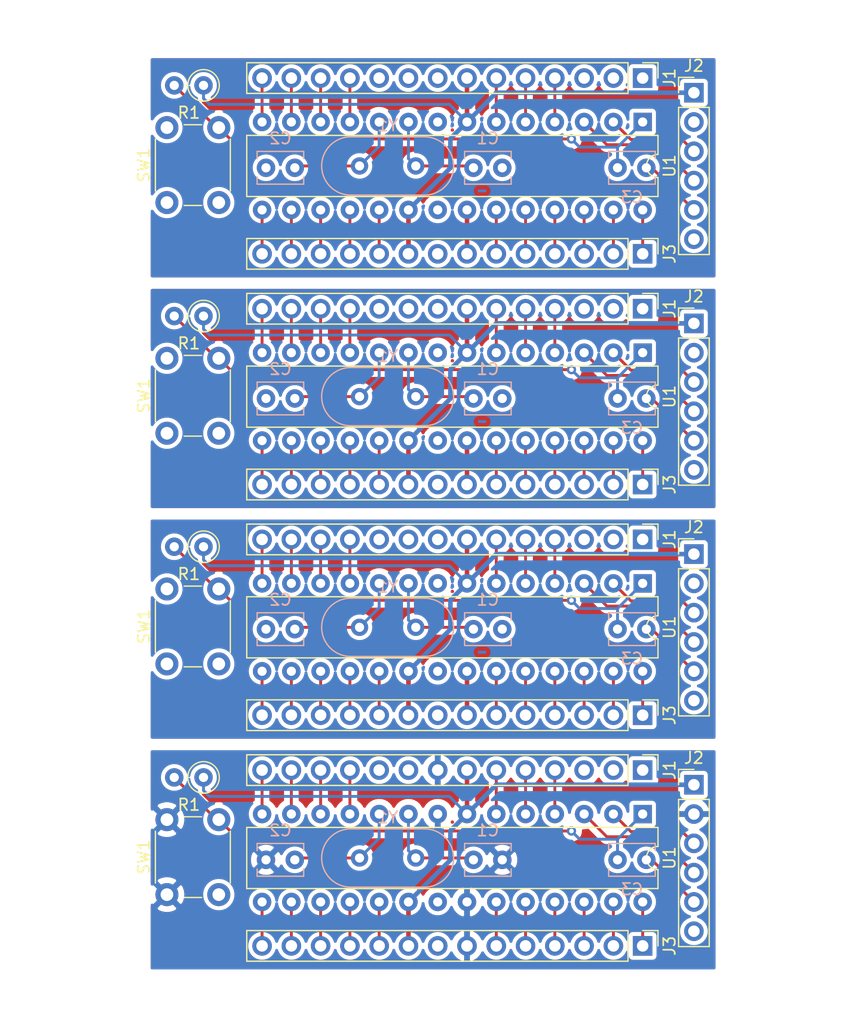
<source format=kicad_pcb>
(kicad_pcb (version 20171130) (host pcbnew "(5.1.2)-1")
  (layers (0 F.Cu signal) (31 B.Cu signal) (34 B.Paste user) (35 F.Paste user) (36 B.SilkS user) (37 F.SilkS user) (38 B.Mask user) (39 F.Mask user) (44 Edge.Cuts user))
  (net 0 "")
  (net 1 "Net-(C1-Pad2)")
  (net 2 GND)
  (net 3 "Net-(C2-Pad1)")
  (net 4 /DTR)
  (net 5 "Net-(C3-Pad1)")
  (net 6 /D8)
  (net 7 /D7)
  (net 8 /D6)
  (net 9 /D5)
  (net 10 +5V)
  (net 11 /D4)
  (net 12 /D3)
  (net 13 /D2)
  (net 14 /RXD)
  (net 15 /TXD)
  (net 16 /D9)
  (net 17 /D10)
  (net 18 /D11)
  (net 19 /D12)
  (net 20 /D13)
  (net 21 /A0)
  (net 22 /A1)
  (net 23 /A2)
  (net 24 /A3)
  (net 25 /A4)
  (net 26 /A5)
  (module Connector_PinHeader_2.54mm:PinHeader_1x14_P2.54mm_Vertical (layer F.Cu) (at 119.4943 64.5489 270)
    (fp_text reference J3 (at 0 -2.33 90) (layer F.SilkS))
    (fp_text value Conn_01x14_Male)
    (pad 1 thru_hole rect (at 0 0 270) (size 1.7 1.7) (drill 1) (layers *.Cu *.Mask))
    (pad 2 thru_hole oval (at 0 2.54 270) (size 1.7 1.7) (drill 1) (layers *.Cu *.Mask))
    (pad 3 thru_hole oval (at 0 5.08 270) (size 1.7 1.7) (drill 1) (layers *.Cu *.Mask))
    (pad 4 thru_hole oval (at 0 7.62 270) (size 1.7 1.7) (drill 1) (layers *.Cu *.Mask))
    (pad 5 thru_hole oval (at 0 10.16 270) (size 1.7 1.7) (drill 1) (layers *.Cu *.Mask))
    (pad 6 thru_hole oval (at 0 12.7 270) (size 1.7 1.7) (drill 1) (layers *.Cu *.Mask))
    (pad 7 thru_hole oval (at 0 15.24 270) (size 1.7 1.7) (drill 1) (layers *.Cu *.Mask))
    (pad 8 thru_hole oval (at 0 17.78 270) (size 1.7 1.7) (drill 1) (layers *.Cu *.Mask))
    (pad 9 thru_hole oval (at 0 20.32 270) (size 1.7 1.7) (drill 1) (layers *.Cu *.Mask))
    (pad 10 thru_hole oval (at 0 22.86 270) (size 1.7 1.7) (drill 1) (layers *.Cu *.Mask))
    (pad 11 thru_hole oval (at 0 25.4 270) (size 1.7 1.7) (drill 1) (layers *.Cu *.Mask))
    (pad 12 thru_hole oval (at 0 27.94 270) (size 1.7 1.7) (drill 1) (layers *.Cu *.Mask))
    (pad 13 thru_hole oval (at 0 30.48 270) (size 1.7 1.7) (drill 1) (layers *.Cu *.Mask))
    (pad 14 thru_hole oval (at 0 33.02 270) (size 1.7 1.7) (drill 1) (layers *.Cu *.Mask))
  )
  (module Button_Switch_THT:SW_PUSH_6mm_H5mm (layer F.Cu) (at 78.2193 60.1039 90)
    (fp_text reference SW1 (at 3.25 -2 90) (layer F.SilkS))
    (fp_text value SW_Push)
    (pad 2 thru_hole circle (at 0 4.5 180) (size 2 2) (drill 1.1) (layers *.Cu *.Mask))
    (pad 1 thru_hole circle (at 0 0 180) (size 2 2) (drill 1.1) (layers *.Cu *.Mask))
    (pad 2 thru_hole circle (at 6.5 4.5 180) (size 2 2) (drill 1.1) (layers *.Cu *.Mask))
    (pad 1 thru_hole circle (at 6.5 0 180) (size 2 2) (drill 1.1) (layers *.Cu *.Mask))
  )
  (module Resistor_THT:R_Axial_DIN0207_L6.3mm_D2.5mm_P2.54mm_Vertical (layer F.Cu) (at 81.3943 49.9439 180)
    (fp_text reference R1 (at 1.27 -2.37) (layer F.SilkS))
    (fp_text value 10k)
    (pad 1 thru_hole circle (at 0 0 180) (size 1.6 1.6) (drill 0.8) (layers *.Cu *.Mask))
    (pad 2 thru_hole oval (at 2.54 0 180) (size 1.6 1.6) (drill 0.8) (layers *.Cu *.Mask))
  )
  (module Capacitor_THT:C_Disc_D3.8mm_W2.6mm_P2.50mm (layer B.Cu) (at 107.3143 57.0889 180)
    (fp_text reference C1 (at 1.25 2.55) (layer B.SilkS) (effects (justify mirror)))
    (fp_text value 22pF)
    (pad 1 thru_hole circle (at 0 0 180) (size 1.6 1.6) (drill 0.8) (layers *.Cu *.Mask))
    (pad 2 thru_hole circle (at 2.5 0 180) (size 1.6 1.6) (drill 0.8) (layers *.Cu *.Mask))
  )
  (module Capacitor_THT:C_Disc_D3.8mm_W2.6mm_P2.50mm (layer B.Cu) (at 89.3143 57.0889 180)
    (fp_text reference C2 (at 1.25 2.55) (layer B.SilkS) (effects (justify mirror)))
    (fp_text value 22pF)
    (pad 1 thru_hole circle (at 0 0 180) (size 1.6 1.6) (drill 0.8) (layers *.Cu *.Mask))
    (pad 2 thru_hole circle (at 2.5 0 180) (size 1.6 1.6) (drill 0.8) (layers *.Cu *.Mask))
  )
  (module Capacitor_THT:C_Disc_D3.8mm_W2.6mm_P2.50mm (layer B.Cu) (at 117.3143 57.0889)
    (fp_text reference C3 (at 1.25 2.55) (layer B.SilkS) (effects (justify mirror)))
    (fp_text value 0.1uF)
    (pad 1 thru_hole circle (at 0 0) (size 1.6 1.6) (drill 0.8) (layers *.Cu *.Mask))
    (pad 2 thru_hole circle (at 2.5 0) (size 1.6 1.6) (drill 0.8) (layers *.Cu *.Mask))
  )
  (module Connector_PinHeader_2.54mm:PinHeader_1x06_P2.54mm_Vertical (layer F.Cu) (at 123.9393 50.5789)
    (fp_text reference J2 (at 0 -2.33) (layer F.SilkS))
    (fp_text value Conn_01x06_Male)
    (pad 1 thru_hole rect (at 0 0) (size 1.7 1.7) (drill 1) (layers *.Cu *.Mask))
    (pad 2 thru_hole oval (at 0 2.54) (size 1.7 1.7) (drill 1) (layers *.Cu *.Mask))
    (pad 3 thru_hole oval (at 0 5.08) (size 1.7 1.7) (drill 1) (layers *.Cu *.Mask))
    (pad 4 thru_hole oval (at 0 7.62) (size 1.7 1.7) (drill 1) (layers *.Cu *.Mask))
    (pad 5 thru_hole oval (at 0 10.16) (size 1.7 1.7) (drill 1) (layers *.Cu *.Mask))
    (pad 6 thru_hole oval (at 0 12.7) (size 1.7 1.7) (drill 1) (layers *.Cu *.Mask))
  )
  (module Crystal:Crystal_HC49-4H_Vertical (layer B.Cu) (at 99.8093 56.9289 180)
    (fp_text reference Y1 (at 2.44 3.525) (layer B.SilkS) (effects (justify mirror)))
    (fp_text value 16MHz)
    (pad 1 thru_hole circle (at 0 0 180) (size 1.5 1.5) (drill 0.8) (layers *.Cu *.Mask))
    (pad 2 thru_hole circle (at 4.88 0 180) (size 1.5 1.5) (drill 0.8) (layers *.Cu *.Mask))
  )
  (module Connector_PinHeader_2.54mm:PinHeader_1x14_P2.54mm_Vertical (layer F.Cu) (at 119.4943 49.3089 270)
    (fp_text reference J1 (at 0 -2.33 90) (layer F.SilkS))
    (fp_text value Conn_01x14_Male)
    (pad 1 thru_hole rect (at 0 0 270) (size 1.7 1.7) (drill 1) (layers *.Cu *.Mask))
    (pad 2 thru_hole oval (at 0 2.54 270) (size 1.7 1.7) (drill 1) (layers *.Cu *.Mask))
    (pad 3 thru_hole oval (at 0 5.08 270) (size 1.7 1.7) (drill 1) (layers *.Cu *.Mask))
    (pad 4 thru_hole oval (at 0 7.62 270) (size 1.7 1.7) (drill 1) (layers *.Cu *.Mask))
    (pad 5 thru_hole oval (at 0 10.16 270) (size 1.7 1.7) (drill 1) (layers *.Cu *.Mask))
    (pad 6 thru_hole oval (at 0 12.7 270) (size 1.7 1.7) (drill 1) (layers *.Cu *.Mask))
    (pad 7 thru_hole oval (at 0 15.24 270) (size 1.7 1.7) (drill 1) (layers *.Cu *.Mask))
    (pad 8 thru_hole oval (at 0 17.78 270) (size 1.7 1.7) (drill 1) (layers *.Cu *.Mask))
    (pad 9 thru_hole oval (at 0 20.32 270) (size 1.7 1.7) (drill 1) (layers *.Cu *.Mask))
    (pad 10 thru_hole oval (at 0 22.86 270) (size 1.7 1.7) (drill 1) (layers *.Cu *.Mask))
    (pad 11 thru_hole oval (at 0 25.4 270) (size 1.7 1.7) (drill 1) (layers *.Cu *.Mask))
    (pad 12 thru_hole oval (at 0 27.94 270) (size 1.7 1.7) (drill 1) (layers *.Cu *.Mask))
    (pad 13 thru_hole oval (at 0 30.48 270) (size 1.7 1.7) (drill 1) (layers *.Cu *.Mask))
    (pad 14 thru_hole oval (at 0 33.02 270) (size 1.7 1.7) (drill 1) (layers *.Cu *.Mask))
  )
  (module Package_DIP:DIP-28_W7.62mm (layer F.Cu) (at 119.4943 53.1189 270)
    (fp_text reference U1 (at 3.81 -2.33 90) (layer F.SilkS))
    (fp_text value ATmega328P-PU)
    (pad 1 thru_hole rect (at 0 0 270) (size 1.6 1.6) (drill 0.8) (layers *.Cu *.Mask))
    (pad 15 thru_hole oval (at 7.62 33.02 270) (size 1.6 1.6) (drill 0.8) (layers *.Cu *.Mask))
    (pad 2 thru_hole oval (at 0 2.54 270) (size 1.6 1.6) (drill 0.8) (layers *.Cu *.Mask))
    (pad 16 thru_hole oval (at 7.62 30.48 270) (size 1.6 1.6) (drill 0.8) (layers *.Cu *.Mask))
    (pad 3 thru_hole oval (at 0 5.08 270) (size 1.6 1.6) (drill 0.8) (layers *.Cu *.Mask))
    (pad 17 thru_hole oval (at 7.62 27.94 270) (size 1.6 1.6) (drill 0.8) (layers *.Cu *.Mask))
    (pad 4 thru_hole oval (at 0 7.62 270) (size 1.6 1.6) (drill 0.8) (layers *.Cu *.Mask))
    (pad 18 thru_hole oval (at 7.62 25.4 270) (size 1.6 1.6) (drill 0.8) (layers *.Cu *.Mask))
    (pad 5 thru_hole oval (at 0 10.16 270) (size 1.6 1.6) (drill 0.8) (layers *.Cu *.Mask))
    (pad 19 thru_hole oval (at 7.62 22.86 270) (size 1.6 1.6) (drill 0.8) (layers *.Cu *.Mask))
    (pad 6 thru_hole oval (at 0 12.7 270) (size 1.6 1.6) (drill 0.8) (layers *.Cu *.Mask))
    (pad 20 thru_hole oval (at 7.62 20.32 270) (size 1.6 1.6) (drill 0.8) (layers *.Cu *.Mask))
    (pad 7 thru_hole oval (at 0 15.24 270) (size 1.6 1.6) (drill 0.8) (layers *.Cu *.Mask))
    (pad 21 thru_hole oval (at 7.62 17.78 270) (size 1.6 1.6) (drill 0.8) (layers *.Cu *.Mask))
    (pad 8 thru_hole oval (at 0 17.78 270) (size 1.6 1.6) (drill 0.8) (layers *.Cu *.Mask))
    (pad 22 thru_hole oval (at 7.62 15.24 270) (size 1.6 1.6) (drill 0.8) (layers *.Cu *.Mask))
    (pad 9 thru_hole oval (at 0 20.32 270) (size 1.6 1.6) (drill 0.8) (layers *.Cu *.Mask))
    (pad 23 thru_hole oval (at 7.62 12.7 270) (size 1.6 1.6) (drill 0.8) (layers *.Cu *.Mask))
    (pad 10 thru_hole oval (at 0 22.86 270) (size 1.6 1.6) (drill 0.8) (layers *.Cu *.Mask))
    (pad 24 thru_hole oval (at 7.62 10.16 270) (size 1.6 1.6) (drill 0.8) (layers *.Cu *.Mask))
    (pad 11 thru_hole oval (at 0 25.4 270) (size 1.6 1.6) (drill 0.8) (layers *.Cu *.Mask))
    (pad 25 thru_hole oval (at 7.62 7.62 270) (size 1.6 1.6) (drill 0.8) (layers *.Cu *.Mask))
    (pad 12 thru_hole oval (at 0 27.94 270) (size 1.6 1.6) (drill 0.8) (layers *.Cu *.Mask))
    (pad 26 thru_hole oval (at 7.62 5.08 270) (size 1.6 1.6) (drill 0.8) (layers *.Cu *.Mask))
    (pad 13 thru_hole oval (at 0 30.48 270) (size 1.6 1.6) (drill 0.8) (layers *.Cu *.Mask))
    (pad 27 thru_hole oval (at 7.62 2.54 270) (size 1.6 1.6) (drill 0.8) (layers *.Cu *.Mask))
    (pad 14 thru_hole oval (at 0 33.02 270) (size 1.6 1.6) (drill 0.8) (layers *.Cu *.Mask))
    (pad 28 thru_hole oval (at 7.62 0 270) (size 1.6 1.6) (drill 0.8) (layers *.Cu *.Mask))
  )
  (module Connector_PinHeader_2.54mm:PinHeader_1x14_P2.54mm_Vertical (layer F.Cu) (at 119.4943 84.5489 270)
    (fp_text reference J3 (at 0 -2.33 90) (layer F.SilkS))
    (fp_text value Conn_01x14_Male)
    (pad 1 thru_hole rect (at 0 0 270) (size 1.7 1.7) (drill 1) (layers *.Cu *.Mask))
    (pad 2 thru_hole oval (at 0 2.54 270) (size 1.7 1.7) (drill 1) (layers *.Cu *.Mask))
    (pad 3 thru_hole oval (at 0 5.08 270) (size 1.7 1.7) (drill 1) (layers *.Cu *.Mask))
    (pad 4 thru_hole oval (at 0 7.62 270) (size 1.7 1.7) (drill 1) (layers *.Cu *.Mask))
    (pad 5 thru_hole oval (at 0 10.16 270) (size 1.7 1.7) (drill 1) (layers *.Cu *.Mask))
    (pad 6 thru_hole oval (at 0 12.7 270) (size 1.7 1.7) (drill 1) (layers *.Cu *.Mask))
    (pad 7 thru_hole oval (at 0 15.24 270) (size 1.7 1.7) (drill 1) (layers *.Cu *.Mask))
    (pad 8 thru_hole oval (at 0 17.78 270) (size 1.7 1.7) (drill 1) (layers *.Cu *.Mask))
    (pad 9 thru_hole oval (at 0 20.32 270) (size 1.7 1.7) (drill 1) (layers *.Cu *.Mask))
    (pad 10 thru_hole oval (at 0 22.86 270) (size 1.7 1.7) (drill 1) (layers *.Cu *.Mask))
    (pad 11 thru_hole oval (at 0 25.4 270) (size 1.7 1.7) (drill 1) (layers *.Cu *.Mask))
    (pad 12 thru_hole oval (at 0 27.94 270) (size 1.7 1.7) (drill 1) (layers *.Cu *.Mask))
    (pad 13 thru_hole oval (at 0 30.48 270) (size 1.7 1.7) (drill 1) (layers *.Cu *.Mask))
    (pad 14 thru_hole oval (at 0 33.02 270) (size 1.7 1.7) (drill 1) (layers *.Cu *.Mask))
  )
  (module Button_Switch_THT:SW_PUSH_6mm_H5mm (layer F.Cu) (at 78.2193 80.1039 90)
    (fp_text reference SW1 (at 3.25 -2 90) (layer F.SilkS))
    (fp_text value SW_Push)
    (pad 2 thru_hole circle (at 0 4.5 180) (size 2 2) (drill 1.1) (layers *.Cu *.Mask))
    (pad 1 thru_hole circle (at 0 0 180) (size 2 2) (drill 1.1) (layers *.Cu *.Mask))
    (pad 2 thru_hole circle (at 6.5 4.5 180) (size 2 2) (drill 1.1) (layers *.Cu *.Mask))
    (pad 1 thru_hole circle (at 6.5 0 180) (size 2 2) (drill 1.1) (layers *.Cu *.Mask))
  )
  (module Resistor_THT:R_Axial_DIN0207_L6.3mm_D2.5mm_P2.54mm_Vertical (layer F.Cu) (at 81.3943 69.9439 180)
    (fp_text reference R1 (at 1.27 -2.37) (layer F.SilkS))
    (fp_text value 10k)
    (pad 1 thru_hole circle (at 0 0 180) (size 1.6 1.6) (drill 0.8) (layers *.Cu *.Mask))
    (pad 2 thru_hole oval (at 2.54 0 180) (size 1.6 1.6) (drill 0.8) (layers *.Cu *.Mask))
  )
  (module Capacitor_THT:C_Disc_D3.8mm_W2.6mm_P2.50mm (layer B.Cu) (at 107.3143 77.0889 180)
    (fp_text reference C1 (at 1.25 2.55) (layer B.SilkS) (effects (justify mirror)))
    (fp_text value 22pF)
    (pad 1 thru_hole circle (at 0 0 180) (size 1.6 1.6) (drill 0.8) (layers *.Cu *.Mask))
    (pad 2 thru_hole circle (at 2.5 0 180) (size 1.6 1.6) (drill 0.8) (layers *.Cu *.Mask))
  )
  (module Capacitor_THT:C_Disc_D3.8mm_W2.6mm_P2.50mm (layer B.Cu) (at 89.3143 77.0889 180)
    (fp_text reference C2 (at 1.25 2.55) (layer B.SilkS) (effects (justify mirror)))
    (fp_text value 22pF)
    (pad 1 thru_hole circle (at 0 0 180) (size 1.6 1.6) (drill 0.8) (layers *.Cu *.Mask))
    (pad 2 thru_hole circle (at 2.5 0 180) (size 1.6 1.6) (drill 0.8) (layers *.Cu *.Mask))
  )
  (module Capacitor_THT:C_Disc_D3.8mm_W2.6mm_P2.50mm (layer B.Cu) (at 117.3143 77.0889)
    (fp_text reference C3 (at 1.25 2.55) (layer B.SilkS) (effects (justify mirror)))
    (fp_text value 0.1uF)
    (pad 1 thru_hole circle (at 0 0) (size 1.6 1.6) (drill 0.8) (layers *.Cu *.Mask))
    (pad 2 thru_hole circle (at 2.5 0) (size 1.6 1.6) (drill 0.8) (layers *.Cu *.Mask))
  )
  (module Connector_PinHeader_2.54mm:PinHeader_1x06_P2.54mm_Vertical (layer F.Cu) (at 123.9393 70.5789)
    (fp_text reference J2 (at 0 -2.33) (layer F.SilkS))
    (fp_text value Conn_01x06_Male)
    (pad 1 thru_hole rect (at 0 0) (size 1.7 1.7) (drill 1) (layers *.Cu *.Mask))
    (pad 2 thru_hole oval (at 0 2.54) (size 1.7 1.7) (drill 1) (layers *.Cu *.Mask))
    (pad 3 thru_hole oval (at 0 5.08) (size 1.7 1.7) (drill 1) (layers *.Cu *.Mask))
    (pad 4 thru_hole oval (at 0 7.62) (size 1.7 1.7) (drill 1) (layers *.Cu *.Mask))
    (pad 5 thru_hole oval (at 0 10.16) (size 1.7 1.7) (drill 1) (layers *.Cu *.Mask))
    (pad 6 thru_hole oval (at 0 12.7) (size 1.7 1.7) (drill 1) (layers *.Cu *.Mask))
  )
  (module Crystal:Crystal_HC49-4H_Vertical (layer B.Cu) (at 99.8093 76.9289 180)
    (fp_text reference Y1 (at 2.44 3.525) (layer B.SilkS) (effects (justify mirror)))
    (fp_text value 16MHz)
    (pad 1 thru_hole circle (at 0 0 180) (size 1.5 1.5) (drill 0.8) (layers *.Cu *.Mask))
    (pad 2 thru_hole circle (at 4.88 0 180) (size 1.5 1.5) (drill 0.8) (layers *.Cu *.Mask))
  )
  (module Connector_PinHeader_2.54mm:PinHeader_1x14_P2.54mm_Vertical (layer F.Cu) (at 119.4943 69.3089 270)
    (fp_text reference J1 (at 0 -2.33 90) (layer F.SilkS))
    (fp_text value Conn_01x14_Male)
    (pad 1 thru_hole rect (at 0 0 270) (size 1.7 1.7) (drill 1) (layers *.Cu *.Mask))
    (pad 2 thru_hole oval (at 0 2.54 270) (size 1.7 1.7) (drill 1) (layers *.Cu *.Mask))
    (pad 3 thru_hole oval (at 0 5.08 270) (size 1.7 1.7) (drill 1) (layers *.Cu *.Mask))
    (pad 4 thru_hole oval (at 0 7.62 270) (size 1.7 1.7) (drill 1) (layers *.Cu *.Mask))
    (pad 5 thru_hole oval (at 0 10.16 270) (size 1.7 1.7) (drill 1) (layers *.Cu *.Mask))
    (pad 6 thru_hole oval (at 0 12.7 270) (size 1.7 1.7) (drill 1) (layers *.Cu *.Mask))
    (pad 7 thru_hole oval (at 0 15.24 270) (size 1.7 1.7) (drill 1) (layers *.Cu *.Mask))
    (pad 8 thru_hole oval (at 0 17.78 270) (size 1.7 1.7) (drill 1) (layers *.Cu *.Mask))
    (pad 9 thru_hole oval (at 0 20.32 270) (size 1.7 1.7) (drill 1) (layers *.Cu *.Mask))
    (pad 10 thru_hole oval (at 0 22.86 270) (size 1.7 1.7) (drill 1) (layers *.Cu *.Mask))
    (pad 11 thru_hole oval (at 0 25.4 270) (size 1.7 1.7) (drill 1) (layers *.Cu *.Mask))
    (pad 12 thru_hole oval (at 0 27.94 270) (size 1.7 1.7) (drill 1) (layers *.Cu *.Mask))
    (pad 13 thru_hole oval (at 0 30.48 270) (size 1.7 1.7) (drill 1) (layers *.Cu *.Mask))
    (pad 14 thru_hole oval (at 0 33.02 270) (size 1.7 1.7) (drill 1) (layers *.Cu *.Mask))
  )
  (module Package_DIP:DIP-28_W7.62mm (layer F.Cu) (at 119.4943 73.1189 270)
    (fp_text reference U1 (at 3.81 -2.33 90) (layer F.SilkS))
    (fp_text value ATmega328P-PU)
    (pad 1 thru_hole rect (at 0 0 270) (size 1.6 1.6) (drill 0.8) (layers *.Cu *.Mask))
    (pad 15 thru_hole oval (at 7.62 33.02 270) (size 1.6 1.6) (drill 0.8) (layers *.Cu *.Mask))
    (pad 2 thru_hole oval (at 0 2.54 270) (size 1.6 1.6) (drill 0.8) (layers *.Cu *.Mask))
    (pad 16 thru_hole oval (at 7.62 30.48 270) (size 1.6 1.6) (drill 0.8) (layers *.Cu *.Mask))
    (pad 3 thru_hole oval (at 0 5.08 270) (size 1.6 1.6) (drill 0.8) (layers *.Cu *.Mask))
    (pad 17 thru_hole oval (at 7.62 27.94 270) (size 1.6 1.6) (drill 0.8) (layers *.Cu *.Mask))
    (pad 4 thru_hole oval (at 0 7.62 270) (size 1.6 1.6) (drill 0.8) (layers *.Cu *.Mask))
    (pad 18 thru_hole oval (at 7.62 25.4 270) (size 1.6 1.6) (drill 0.8) (layers *.Cu *.Mask))
    (pad 5 thru_hole oval (at 0 10.16 270) (size 1.6 1.6) (drill 0.8) (layers *.Cu *.Mask))
    (pad 19 thru_hole oval (at 7.62 22.86 270) (size 1.6 1.6) (drill 0.8) (layers *.Cu *.Mask))
    (pad 6 thru_hole oval (at 0 12.7 270) (size 1.6 1.6) (drill 0.8) (layers *.Cu *.Mask))
    (pad 20 thru_hole oval (at 7.62 20.32 270) (size 1.6 1.6) (drill 0.8) (layers *.Cu *.Mask))
    (pad 7 thru_hole oval (at 0 15.24 270) (size 1.6 1.6) (drill 0.8) (layers *.Cu *.Mask))
    (pad 21 thru_hole oval (at 7.62 17.78 270) (size 1.6 1.6) (drill 0.8) (layers *.Cu *.Mask))
    (pad 8 thru_hole oval (at 0 17.78 270) (size 1.6 1.6) (drill 0.8) (layers *.Cu *.Mask))
    (pad 22 thru_hole oval (at 7.62 15.24 270) (size 1.6 1.6) (drill 0.8) (layers *.Cu *.Mask))
    (pad 9 thru_hole oval (at 0 20.32 270) (size 1.6 1.6) (drill 0.8) (layers *.Cu *.Mask))
    (pad 23 thru_hole oval (at 7.62 12.7 270) (size 1.6 1.6) (drill 0.8) (layers *.Cu *.Mask))
    (pad 10 thru_hole oval (at 0 22.86 270) (size 1.6 1.6) (drill 0.8) (layers *.Cu *.Mask))
    (pad 24 thru_hole oval (at 7.62 10.16 270) (size 1.6 1.6) (drill 0.8) (layers *.Cu *.Mask))
    (pad 11 thru_hole oval (at 0 25.4 270) (size 1.6 1.6) (drill 0.8) (layers *.Cu *.Mask))
    (pad 25 thru_hole oval (at 7.62 7.62 270) (size 1.6 1.6) (drill 0.8) (layers *.Cu *.Mask))
    (pad 12 thru_hole oval (at 0 27.94 270) (size 1.6 1.6) (drill 0.8) (layers *.Cu *.Mask))
    (pad 26 thru_hole oval (at 7.62 5.08 270) (size 1.6 1.6) (drill 0.8) (layers *.Cu *.Mask))
    (pad 13 thru_hole oval (at 0 30.48 270) (size 1.6 1.6) (drill 0.8) (layers *.Cu *.Mask))
    (pad 27 thru_hole oval (at 7.62 2.54 270) (size 1.6 1.6) (drill 0.8) (layers *.Cu *.Mask))
    (pad 14 thru_hole oval (at 0 33.02 270) (size 1.6 1.6) (drill 0.8) (layers *.Cu *.Mask))
    (pad 28 thru_hole oval (at 7.62 0 270) (size 1.6 1.6) (drill 0.8) (layers *.Cu *.Mask))
  )
  (module Connector_PinHeader_2.54mm:PinHeader_1x14_P2.54mm_Vertical (layer F.Cu) (at 119.4943 104.5489 270)
    (fp_text reference J3 (at 0 -2.33 90) (layer F.SilkS))
    (fp_text value Conn_01x14_Male)
    (pad 1 thru_hole rect (at 0 0 270) (size 1.7 1.7) (drill 1) (layers *.Cu *.Mask))
    (pad 2 thru_hole oval (at 0 2.54 270) (size 1.7 1.7) (drill 1) (layers *.Cu *.Mask))
    (pad 3 thru_hole oval (at 0 5.08 270) (size 1.7 1.7) (drill 1) (layers *.Cu *.Mask))
    (pad 4 thru_hole oval (at 0 7.62 270) (size 1.7 1.7) (drill 1) (layers *.Cu *.Mask))
    (pad 5 thru_hole oval (at 0 10.16 270) (size 1.7 1.7) (drill 1) (layers *.Cu *.Mask))
    (pad 6 thru_hole oval (at 0 12.7 270) (size 1.7 1.7) (drill 1) (layers *.Cu *.Mask))
    (pad 7 thru_hole oval (at 0 15.24 270) (size 1.7 1.7) (drill 1) (layers *.Cu *.Mask))
    (pad 8 thru_hole oval (at 0 17.78 270) (size 1.7 1.7) (drill 1) (layers *.Cu *.Mask))
    (pad 9 thru_hole oval (at 0 20.32 270) (size 1.7 1.7) (drill 1) (layers *.Cu *.Mask))
    (pad 10 thru_hole oval (at 0 22.86 270) (size 1.7 1.7) (drill 1) (layers *.Cu *.Mask))
    (pad 11 thru_hole oval (at 0 25.4 270) (size 1.7 1.7) (drill 1) (layers *.Cu *.Mask))
    (pad 12 thru_hole oval (at 0 27.94 270) (size 1.7 1.7) (drill 1) (layers *.Cu *.Mask))
    (pad 13 thru_hole oval (at 0 30.48 270) (size 1.7 1.7) (drill 1) (layers *.Cu *.Mask))
    (pad 14 thru_hole oval (at 0 33.02 270) (size 1.7 1.7) (drill 1) (layers *.Cu *.Mask))
  )
  (module Button_Switch_THT:SW_PUSH_6mm_H5mm (layer F.Cu) (at 78.2193 100.1039 90)
    (fp_text reference SW1 (at 3.25 -2 90) (layer F.SilkS))
    (fp_text value SW_Push)
    (pad 2 thru_hole circle (at 0 4.5 180) (size 2 2) (drill 1.1) (layers *.Cu *.Mask))
    (pad 1 thru_hole circle (at 0 0 180) (size 2 2) (drill 1.1) (layers *.Cu *.Mask))
    (pad 2 thru_hole circle (at 6.5 4.5 180) (size 2 2) (drill 1.1) (layers *.Cu *.Mask))
    (pad 1 thru_hole circle (at 6.5 0 180) (size 2 2) (drill 1.1) (layers *.Cu *.Mask))
  )
  (module Resistor_THT:R_Axial_DIN0207_L6.3mm_D2.5mm_P2.54mm_Vertical (layer F.Cu) (at 81.3943 89.9439 180)
    (fp_text reference R1 (at 1.27 -2.37) (layer F.SilkS))
    (fp_text value 10k)
    (pad 1 thru_hole circle (at 0 0 180) (size 1.6 1.6) (drill 0.8) (layers *.Cu *.Mask))
    (pad 2 thru_hole oval (at 2.54 0 180) (size 1.6 1.6) (drill 0.8) (layers *.Cu *.Mask))
  )
  (module Capacitor_THT:C_Disc_D3.8mm_W2.6mm_P2.50mm (layer B.Cu) (at 107.3143 97.0889 180)
    (fp_text reference C1 (at 1.25 2.55) (layer B.SilkS) (effects (justify mirror)))
    (fp_text value 22pF)
    (pad 1 thru_hole circle (at 0 0 180) (size 1.6 1.6) (drill 0.8) (layers *.Cu *.Mask))
    (pad 2 thru_hole circle (at 2.5 0 180) (size 1.6 1.6) (drill 0.8) (layers *.Cu *.Mask))
  )
  (module Capacitor_THT:C_Disc_D3.8mm_W2.6mm_P2.50mm (layer B.Cu) (at 89.3143 97.0889 180)
    (fp_text reference C2 (at 1.25 2.55) (layer B.SilkS) (effects (justify mirror)))
    (fp_text value 22pF)
    (pad 1 thru_hole circle (at 0 0 180) (size 1.6 1.6) (drill 0.8) (layers *.Cu *.Mask))
    (pad 2 thru_hole circle (at 2.5 0 180) (size 1.6 1.6) (drill 0.8) (layers *.Cu *.Mask))
  )
  (module Capacitor_THT:C_Disc_D3.8mm_W2.6mm_P2.50mm (layer B.Cu) (at 117.3143 97.0889)
    (fp_text reference C3 (at 1.25 2.55) (layer B.SilkS) (effects (justify mirror)))
    (fp_text value 0.1uF)
    (pad 1 thru_hole circle (at 0 0) (size 1.6 1.6) (drill 0.8) (layers *.Cu *.Mask))
    (pad 2 thru_hole circle (at 2.5 0) (size 1.6 1.6) (drill 0.8) (layers *.Cu *.Mask))
  )
  (module Connector_PinHeader_2.54mm:PinHeader_1x06_P2.54mm_Vertical (layer F.Cu) (at 123.9393 90.5789)
    (fp_text reference J2 (at 0 -2.33) (layer F.SilkS))
    (fp_text value Conn_01x06_Male)
    (pad 1 thru_hole rect (at 0 0) (size 1.7 1.7) (drill 1) (layers *.Cu *.Mask))
    (pad 2 thru_hole oval (at 0 2.54) (size 1.7 1.7) (drill 1) (layers *.Cu *.Mask))
    (pad 3 thru_hole oval (at 0 5.08) (size 1.7 1.7) (drill 1) (layers *.Cu *.Mask))
    (pad 4 thru_hole oval (at 0 7.62) (size 1.7 1.7) (drill 1) (layers *.Cu *.Mask))
    (pad 5 thru_hole oval (at 0 10.16) (size 1.7 1.7) (drill 1) (layers *.Cu *.Mask))
    (pad 6 thru_hole oval (at 0 12.7) (size 1.7 1.7) (drill 1) (layers *.Cu *.Mask))
  )
  (module Crystal:Crystal_HC49-4H_Vertical (layer B.Cu) (at 99.8093 96.9289 180)
    (fp_text reference Y1 (at 2.44 3.525) (layer B.SilkS) (effects (justify mirror)))
    (fp_text value 16MHz)
    (pad 1 thru_hole circle (at 0 0 180) (size 1.5 1.5) (drill 0.8) (layers *.Cu *.Mask))
    (pad 2 thru_hole circle (at 4.88 0 180) (size 1.5 1.5) (drill 0.8) (layers *.Cu *.Mask))
  )
  (module Connector_PinHeader_2.54mm:PinHeader_1x14_P2.54mm_Vertical (layer F.Cu) (at 119.4943 89.3089 270)
    (fp_text reference J1 (at 0 -2.33 90) (layer F.SilkS))
    (fp_text value Conn_01x14_Male)
    (pad 1 thru_hole rect (at 0 0 270) (size 1.7 1.7) (drill 1) (layers *.Cu *.Mask))
    (pad 2 thru_hole oval (at 0 2.54 270) (size 1.7 1.7) (drill 1) (layers *.Cu *.Mask))
    (pad 3 thru_hole oval (at 0 5.08 270) (size 1.7 1.7) (drill 1) (layers *.Cu *.Mask))
    (pad 4 thru_hole oval (at 0 7.62 270) (size 1.7 1.7) (drill 1) (layers *.Cu *.Mask))
    (pad 5 thru_hole oval (at 0 10.16 270) (size 1.7 1.7) (drill 1) (layers *.Cu *.Mask))
    (pad 6 thru_hole oval (at 0 12.7 270) (size 1.7 1.7) (drill 1) (layers *.Cu *.Mask))
    (pad 7 thru_hole oval (at 0 15.24 270) (size 1.7 1.7) (drill 1) (layers *.Cu *.Mask))
    (pad 8 thru_hole oval (at 0 17.78 270) (size 1.7 1.7) (drill 1) (layers *.Cu *.Mask))
    (pad 9 thru_hole oval (at 0 20.32 270) (size 1.7 1.7) (drill 1) (layers *.Cu *.Mask))
    (pad 10 thru_hole oval (at 0 22.86 270) (size 1.7 1.7) (drill 1) (layers *.Cu *.Mask))
    (pad 11 thru_hole oval (at 0 25.4 270) (size 1.7 1.7) (drill 1) (layers *.Cu *.Mask))
    (pad 12 thru_hole oval (at 0 27.94 270) (size 1.7 1.7) (drill 1) (layers *.Cu *.Mask))
    (pad 13 thru_hole oval (at 0 30.48 270) (size 1.7 1.7) (drill 1) (layers *.Cu *.Mask))
    (pad 14 thru_hole oval (at 0 33.02 270) (size 1.7 1.7) (drill 1) (layers *.Cu *.Mask))
  )
  (module Package_DIP:DIP-28_W7.62mm (layer F.Cu) (at 119.4943 93.1189 270)
    (fp_text reference U1 (at 3.81 -2.33 90) (layer F.SilkS))
    (fp_text value ATmega328P-PU)
    (pad 1 thru_hole rect (at 0 0 270) (size 1.6 1.6) (drill 0.8) (layers *.Cu *.Mask))
    (pad 15 thru_hole oval (at 7.62 33.02 270) (size 1.6 1.6) (drill 0.8) (layers *.Cu *.Mask))
    (pad 2 thru_hole oval (at 0 2.54 270) (size 1.6 1.6) (drill 0.8) (layers *.Cu *.Mask))
    (pad 16 thru_hole oval (at 7.62 30.48 270) (size 1.6 1.6) (drill 0.8) (layers *.Cu *.Mask))
    (pad 3 thru_hole oval (at 0 5.08 270) (size 1.6 1.6) (drill 0.8) (layers *.Cu *.Mask))
    (pad 17 thru_hole oval (at 7.62 27.94 270) (size 1.6 1.6) (drill 0.8) (layers *.Cu *.Mask))
    (pad 4 thru_hole oval (at 0 7.62 270) (size 1.6 1.6) (drill 0.8) (layers *.Cu *.Mask))
    (pad 18 thru_hole oval (at 7.62 25.4 270) (size 1.6 1.6) (drill 0.8) (layers *.Cu *.Mask))
    (pad 5 thru_hole oval (at 0 10.16 270) (size 1.6 1.6) (drill 0.8) (layers *.Cu *.Mask))
    (pad 19 thru_hole oval (at 7.62 22.86 270) (size 1.6 1.6) (drill 0.8) (layers *.Cu *.Mask))
    (pad 6 thru_hole oval (at 0 12.7 270) (size 1.6 1.6) (drill 0.8) (layers *.Cu *.Mask))
    (pad 20 thru_hole oval (at 7.62 20.32 270) (size 1.6 1.6) (drill 0.8) (layers *.Cu *.Mask))
    (pad 7 thru_hole oval (at 0 15.24 270) (size 1.6 1.6) (drill 0.8) (layers *.Cu *.Mask))
    (pad 21 thru_hole oval (at 7.62 17.78 270) (size 1.6 1.6) (drill 0.8) (layers *.Cu *.Mask))
    (pad 8 thru_hole oval (at 0 17.78 270) (size 1.6 1.6) (drill 0.8) (layers *.Cu *.Mask))
    (pad 22 thru_hole oval (at 7.62 15.24 270) (size 1.6 1.6) (drill 0.8) (layers *.Cu *.Mask))
    (pad 9 thru_hole oval (at 0 20.32 270) (size 1.6 1.6) (drill 0.8) (layers *.Cu *.Mask))
    (pad 23 thru_hole oval (at 7.62 12.7 270) (size 1.6 1.6) (drill 0.8) (layers *.Cu *.Mask))
    (pad 10 thru_hole oval (at 0 22.86 270) (size 1.6 1.6) (drill 0.8) (layers *.Cu *.Mask))
    (pad 24 thru_hole oval (at 7.62 10.16 270) (size 1.6 1.6) (drill 0.8) (layers *.Cu *.Mask))
    (pad 11 thru_hole oval (at 0 25.4 270) (size 1.6 1.6) (drill 0.8) (layers *.Cu *.Mask))
    (pad 25 thru_hole oval (at 7.62 7.62 270) (size 1.6 1.6) (drill 0.8) (layers *.Cu *.Mask))
    (pad 12 thru_hole oval (at 0 27.94 270) (size 1.6 1.6) (drill 0.8) (layers *.Cu *.Mask))
    (pad 26 thru_hole oval (at 7.62 5.08 270) (size 1.6 1.6) (drill 0.8) (layers *.Cu *.Mask))
    (pad 13 thru_hole oval (at 0 30.48 270) (size 1.6 1.6) (drill 0.8) (layers *.Cu *.Mask))
    (pad 27 thru_hole oval (at 7.62 2.54 270) (size 1.6 1.6) (drill 0.8) (layers *.Cu *.Mask))
    (pad 14 thru_hole oval (at 0 33.02 270) (size 1.6 1.6) (drill 0.8) (layers *.Cu *.Mask))
    (pad 28 thru_hole oval (at 7.62 0 270) (size 1.6 1.6) (drill 0.8) (layers *.Cu *.Mask))
  )
  (module Crystal:Crystal_HC49-4H_Vertical (layer B.Cu) (at 99.8093 116.9289 180)
    (fp_text reference Y1 (at 2.44 3.525) (layer B.SilkS) (effects (justify mirror)))
    (fp_text value 16MHz)
    (pad 2 thru_hole circle (at 4.88 0 180) (size 1.5 1.5) (drill 0.8) (layers *.Cu *.Mask) (net 3 "Net-(C2-Pad1)"))
    (pad 1 thru_hole circle (at 0 0 180) (size 1.5 1.5) (drill 0.8) (layers *.Cu *.Mask) (net 1 "Net-(C1-Pad2)"))
  )
  (module Package_DIP:DIP-28_W7.62mm (layer F.Cu) (at 119.4943 113.1189 270)
    (fp_text reference U1 (at 3.81 -2.33 90) (layer F.SilkS))
    (fp_text value ATmega328P-PU)
    (pad 28 thru_hole oval (at 7.62 0 270) (size 1.6 1.6) (drill 0.8) (layers *.Cu *.Mask) (net 26 /A5))
    (pad 14 thru_hole oval (at 0 33.02 270) (size 1.6 1.6) (drill 0.8) (layers *.Cu *.Mask) (net 6 /D8))
    (pad 27 thru_hole oval (at 7.62 2.54 270) (size 1.6 1.6) (drill 0.8) (layers *.Cu *.Mask) (net 25 /A4))
    (pad 13 thru_hole oval (at 0 30.48 270) (size 1.6 1.6) (drill 0.8) (layers *.Cu *.Mask) (net 7 /D7))
    (pad 26 thru_hole oval (at 7.62 5.08 270) (size 1.6 1.6) (drill 0.8) (layers *.Cu *.Mask) (net 24 /A3))
    (pad 12 thru_hole oval (at 0 27.94 270) (size 1.6 1.6) (drill 0.8) (layers *.Cu *.Mask) (net 8 /D6))
    (pad 25 thru_hole oval (at 7.62 7.62 270) (size 1.6 1.6) (drill 0.8) (layers *.Cu *.Mask) (net 23 /A2))
    (pad 11 thru_hole oval (at 0 25.4 270) (size 1.6 1.6) (drill 0.8) (layers *.Cu *.Mask) (net 9 /D5))
    (pad 24 thru_hole oval (at 7.62 10.16 270) (size 1.6 1.6) (drill 0.8) (layers *.Cu *.Mask) (net 22 /A1))
    (pad 10 thru_hole oval (at 0 22.86 270) (size 1.6 1.6) (drill 0.8) (layers *.Cu *.Mask) (net 3 "Net-(C2-Pad1)"))
    (pad 23 thru_hole oval (at 7.62 12.7 270) (size 1.6 1.6) (drill 0.8) (layers *.Cu *.Mask) (net 21 /A0))
    (pad 9 thru_hole oval (at 0 20.32 270) (size 1.6 1.6) (drill 0.8) (layers *.Cu *.Mask) (net 1 "Net-(C1-Pad2)"))
    (pad 22 thru_hole oval (at 7.62 15.24 270) (size 1.6 1.6) (drill 0.8) (layers *.Cu *.Mask) (net 2 GND))
    (pad 8 thru_hole oval (at 0 17.78 270) (size 1.6 1.6) (drill 0.8) (layers *.Cu *.Mask) (net 2 GND))
    (pad 21 thru_hole oval (at 7.62 17.78 270) (size 1.6 1.6) (drill 0.8) (layers *.Cu *.Mask))
    (pad 7 thru_hole oval (at 0 15.24 270) (size 1.6 1.6) (drill 0.8) (layers *.Cu *.Mask) (net 10 +5V))
    (pad 20 thru_hole oval (at 7.62 20.32 270) (size 1.6 1.6) (drill 0.8) (layers *.Cu *.Mask) (net 10 +5V))
    (pad 6 thru_hole oval (at 0 12.7 270) (size 1.6 1.6) (drill 0.8) (layers *.Cu *.Mask) (net 11 /D4))
    (pad 19 thru_hole oval (at 7.62 22.86 270) (size 1.6 1.6) (drill 0.8) (layers *.Cu *.Mask) (net 20 /D13))
    (pad 5 thru_hole oval (at 0 10.16 270) (size 1.6 1.6) (drill 0.8) (layers *.Cu *.Mask) (net 12 /D3))
    (pad 18 thru_hole oval (at 7.62 25.4 270) (size 1.6 1.6) (drill 0.8) (layers *.Cu *.Mask) (net 19 /D12))
    (pad 4 thru_hole oval (at 0 7.62 270) (size 1.6 1.6) (drill 0.8) (layers *.Cu *.Mask) (net 13 /D2))
    (pad 17 thru_hole oval (at 7.62 27.94 270) (size 1.6 1.6) (drill 0.8) (layers *.Cu *.Mask) (net 18 /D11))
    (pad 3 thru_hole oval (at 0 5.08 270) (size 1.6 1.6) (drill 0.8) (layers *.Cu *.Mask) (net 14 /RXD))
    (pad 16 thru_hole oval (at 7.62 30.48 270) (size 1.6 1.6) (drill 0.8) (layers *.Cu *.Mask) (net 17 /D10))
    (pad 2 thru_hole oval (at 0 2.54 270) (size 1.6 1.6) (drill 0.8) (layers *.Cu *.Mask) (net 15 /TXD))
    (pad 15 thru_hole oval (at 7.62 33.02 270) (size 1.6 1.6) (drill 0.8) (layers *.Cu *.Mask) (net 16 /D9))
    (pad 1 thru_hole rect (at 0 0 270) (size 1.6 1.6) (drill 0.8) (layers *.Cu *.Mask) (net 5 "Net-(C3-Pad1)"))
  )
  (module Button_Switch_THT:SW_PUSH_6mm_H5mm (layer F.Cu) (at 78.2193 120.1039 90)
    (fp_text reference SW1 (at 3.25 -2 90) (layer F.SilkS))
    (fp_text value SW_Push)
    (pad 1 thru_hole circle (at 6.5 0 180) (size 2 2) (drill 1.1) (layers *.Cu *.Mask) (net 2 GND))
    (pad 2 thru_hole circle (at 6.5 4.5 180) (size 2 2) (drill 1.1) (layers *.Cu *.Mask) (net 5 "Net-(C3-Pad1)"))
    (pad 1 thru_hole circle (at 0 0 180) (size 2 2) (drill 1.1) (layers *.Cu *.Mask) (net 2 GND))
    (pad 2 thru_hole circle (at 0 4.5 180) (size 2 2) (drill 1.1) (layers *.Cu *.Mask) (net 5 "Net-(C3-Pad1)"))
  )
  (module Resistor_THT:R_Axial_DIN0207_L6.3mm_D2.5mm_P2.54mm_Vertical (layer F.Cu) (at 81.3943 109.9439 180)
    (fp_text reference R1 (at 1.27 -2.37) (layer F.SilkS))
    (fp_text value 10k)
    (pad 2 thru_hole oval (at 2.54 0 180) (size 1.6 1.6) (drill 0.8) (layers *.Cu *.Mask) (net 5 "Net-(C3-Pad1)"))
    (pad 1 thru_hole circle (at 0 0 180) (size 1.6 1.6) (drill 0.8) (layers *.Cu *.Mask) (net 10 +5V))
  )
  (module Connector_PinHeader_2.54mm:PinHeader_1x14_P2.54mm_Vertical (layer F.Cu) (at 119.4943 124.5489 270)
    (fp_text reference J3 (at 0 -2.33 90) (layer F.SilkS))
    (fp_text value Conn_01x14_Male)
    (pad 14 thru_hole oval (at 0 33.02 270) (size 1.7 1.7) (drill 1) (layers *.Cu *.Mask) (net 16 /D9))
    (pad 13 thru_hole oval (at 0 30.48 270) (size 1.7 1.7) (drill 1) (layers *.Cu *.Mask) (net 17 /D10))
    (pad 12 thru_hole oval (at 0 27.94 270) (size 1.7 1.7) (drill 1) (layers *.Cu *.Mask) (net 18 /D11))
    (pad 11 thru_hole oval (at 0 25.4 270) (size 1.7 1.7) (drill 1) (layers *.Cu *.Mask) (net 19 /D12))
    (pad 10 thru_hole oval (at 0 22.86 270) (size 1.7 1.7) (drill 1) (layers *.Cu *.Mask) (net 20 /D13))
    (pad 9 thru_hole oval (at 0 20.32 270) (size 1.7 1.7) (drill 1) (layers *.Cu *.Mask) (net 10 +5V))
    (pad 8 thru_hole oval (at 0 17.78 270) (size 1.7 1.7) (drill 1) (layers *.Cu *.Mask))
    (pad 7 thru_hole oval (at 0 15.24 270) (size 1.7 1.7) (drill 1) (layers *.Cu *.Mask) (net 2 GND))
    (pad 6 thru_hole oval (at 0 12.7 270) (size 1.7 1.7) (drill 1) (layers *.Cu *.Mask) (net 21 /A0))
    (pad 5 thru_hole oval (at 0 10.16 270) (size 1.7 1.7) (drill 1) (layers *.Cu *.Mask) (net 22 /A1))
    (pad 4 thru_hole oval (at 0 7.62 270) (size 1.7 1.7) (drill 1) (layers *.Cu *.Mask) (net 23 /A2))
    (pad 3 thru_hole oval (at 0 5.08 270) (size 1.7 1.7) (drill 1) (layers *.Cu *.Mask) (net 24 /A3))
    (pad 2 thru_hole oval (at 0 2.54 270) (size 1.7 1.7) (drill 1) (layers *.Cu *.Mask) (net 25 /A4))
    (pad 1 thru_hole rect (at 0 0 270) (size 1.7 1.7) (drill 1) (layers *.Cu *.Mask) (net 26 /A5))
  )
  (module Connector_PinHeader_2.54mm:PinHeader_1x06_P2.54mm_Vertical (layer F.Cu) (at 123.9393 110.5789)
    (fp_text reference J2 (at 0 -2.33) (layer F.SilkS))
    (fp_text value Conn_01x06_Male)
    (pad 6 thru_hole oval (at 0 12.7) (size 1.7 1.7) (drill 1) (layers *.Cu *.Mask))
    (pad 5 thru_hole oval (at 0 10.16) (size 1.7 1.7) (drill 1) (layers *.Cu *.Mask) (net 4 /DTR))
    (pad 4 thru_hole oval (at 0 7.62) (size 1.7 1.7) (drill 1) (layers *.Cu *.Mask) (net 14 /RXD))
    (pad 3 thru_hole oval (at 0 5.08) (size 1.7 1.7) (drill 1) (layers *.Cu *.Mask) (net 15 /TXD))
    (pad 2 thru_hole oval (at 0 2.54) (size 1.7 1.7) (drill 1) (layers *.Cu *.Mask) (net 2 GND))
    (pad 1 thru_hole rect (at 0 0) (size 1.7 1.7) (drill 1) (layers *.Cu *.Mask) (net 10 +5V))
  )
  (module Connector_PinHeader_2.54mm:PinHeader_1x14_P2.54mm_Vertical (layer F.Cu) (at 119.4943 109.3089 270)
    (fp_text reference J1 (at 0 -2.33 90) (layer F.SilkS))
    (fp_text value Conn_01x14_Male)
    (pad 14 thru_hole oval (at 0 33.02 270) (size 1.7 1.7) (drill 1) (layers *.Cu *.Mask) (net 6 /D8))
    (pad 13 thru_hole oval (at 0 30.48 270) (size 1.7 1.7) (drill 1) (layers *.Cu *.Mask) (net 7 /D7))
    (pad 12 thru_hole oval (at 0 27.94 270) (size 1.7 1.7) (drill 1) (layers *.Cu *.Mask) (net 8 /D6))
    (pad 11 thru_hole oval (at 0 25.4 270) (size 1.7 1.7) (drill 1) (layers *.Cu *.Mask) (net 9 /D5))
    (pad 10 thru_hole oval (at 0 22.86 270) (size 1.7 1.7) (drill 1) (layers *.Cu *.Mask))
    (pad 9 thru_hole oval (at 0 20.32 270) (size 1.7 1.7) (drill 1) (layers *.Cu *.Mask))
    (pad 8 thru_hole oval (at 0 17.78 270) (size 1.7 1.7) (drill 1) (layers *.Cu *.Mask) (net 2 GND))
    (pad 7 thru_hole oval (at 0 15.24 270) (size 1.7 1.7) (drill 1) (layers *.Cu *.Mask) (net 10 +5V))
    (pad 6 thru_hole oval (at 0 12.7 270) (size 1.7 1.7) (drill 1) (layers *.Cu *.Mask) (net 11 /D4))
    (pad 5 thru_hole oval (at 0 10.16 270) (size 1.7 1.7) (drill 1) (layers *.Cu *.Mask) (net 12 /D3))
    (pad 4 thru_hole oval (at 0 7.62 270) (size 1.7 1.7) (drill 1) (layers *.Cu *.Mask) (net 13 /D2))
    (pad 3 thru_hole oval (at 0 5.08 270) (size 1.7 1.7) (drill 1) (layers *.Cu *.Mask))
    (pad 2 thru_hole oval (at 0 2.54 270) (size 1.7 1.7) (drill 1) (layers *.Cu *.Mask))
    (pad 1 thru_hole rect (at 0 0 270) (size 1.7 1.7) (drill 1) (layers *.Cu *.Mask))
  )
  (module Capacitor_THT:C_Disc_D3.8mm_W2.6mm_P2.50mm (layer B.Cu) (at 117.3143 117.0889)
    (fp_text reference C3 (at 1.25 2.55) (layer B.SilkS) (effects (justify mirror)))
    (fp_text value 0.1uF)
    (pad 2 thru_hole circle (at 2.5 0) (size 1.6 1.6) (drill 0.8) (layers *.Cu *.Mask) (net 4 /DTR))
    (pad 1 thru_hole circle (at 0 0) (size 1.6 1.6) (drill 0.8) (layers *.Cu *.Mask) (net 5 "Net-(C3-Pad1)"))
  )
  (module Capacitor_THT:C_Disc_D3.8mm_W2.6mm_P2.50mm (layer B.Cu) (at 89.3143 117.0889 180)
    (fp_text reference C2 (at 1.25 2.55) (layer B.SilkS) (effects (justify mirror)))
    (fp_text value 22pF)
    (pad 2 thru_hole circle (at 2.5 0 180) (size 1.6 1.6) (drill 0.8) (layers *.Cu *.Mask) (net 2 GND))
    (pad 1 thru_hole circle (at 0 0 180) (size 1.6 1.6) (drill 0.8) (layers *.Cu *.Mask) (net 3 "Net-(C2-Pad1)"))
  )
  (module Capacitor_THT:C_Disc_D3.8mm_W2.6mm_P2.50mm (layer B.Cu) (at 107.3143 117.0889 180)
    (fp_text reference C1 (at 1.25 2.55) (layer B.SilkS) (effects (justify mirror)))
    (fp_text value 22pF)
    (pad 2 thru_hole circle (at 2.5 0 180) (size 1.6 1.6) (drill 0.8) (layers *.Cu *.Mask) (net 1 "Net-(C1-Pad2)"))
    (pad 1 thru_hole circle (at 0 0 180) (size 1.6 1.6) (drill 0.8) (layers *.Cu *.Mask) (net 2 GND))
  )
  (segment (start 99.8093 96.9289) (end 104.6543 96.9289) (width 0.25) (layer F.Cu) (net 0))
  (segment (start 104.6543 96.9289) (end 104.8143 97.0889) (width 0.25) (layer F.Cu) (net 0))
  (segment (start 99.1743 93.1189) (end 99.1743 96.2939) (width 0.25) (layer B.Cu) (net 0))
  (segment (start 99.1743 96.2939) (end 99.8093 96.9289) (width 0.25) (layer B.Cu) (net 0))
  (segment (start 104.2543 104.5489) (end 104.2543 100.7389) (width 0.4) (layer F.Cu) (net 0))
  (segment (start 104.2543 100.7389) (end 104.2543 100.1489) (width 0.4) (layer F.Cu) (net 0))
  (segment (start 105.3143 99.0889) (end 105.8143 99.0889) (width 0.25) (layer B.Cu) (net 0))
  (segment (start 94.9293 96.9289) (end 89.4743 96.9289) (width 0.25) (layer F.Cu) (net 0))
  (segment (start 96.6343 93.1189) (end 96.6343 95.2239) (width 0.25) (layer B.Cu) (net 0))
  (segment (start 96.6343 95.2239) (end 94.9293 96.9289) (width 0.25) (layer B.Cu) (net 0))
  (segment (start 89.4743 96.9289) (end 89.3143 97.0889) (width 0.25) (layer F.Cu) (net 0))
  (segment (start 123.9393 100.7389) (end 120.2893 97.0889) (width 0.25) (layer F.Cu) (net 0))
  (segment (start 120.2893 97.0889) (end 119.8143 97.0889) (width 0.25) (layer F.Cu) (net 0))
  (segment (start 113.3143 94.5889) (end 83.7043 94.5889) (width 0.25) (layer F.Cu) (net 0))
  (segment (start 83.7043 94.5889) (end 82.7193 93.6039) (width 0.25) (layer F.Cu) (net 0))
  (segment (start 114.0243 95.2989) (end 113.3143 94.5889) (width 0.25) (layer B.Cu) (net 0))
  (segment (start 82.5143 93.6039) (end 82.7193 93.6039) (width 0.25) (layer F.Cu) (net 0))
  (segment (start 78.8543 89.9439) (end 82.5143 93.6039) (width 0.25) (layer F.Cu) (net 0))
  (segment (start 117.3143 95.2989) (end 114.0243 95.2989) (width 0.25) (layer B.Cu) (net 0))
  (segment (start 117.3143 97.0889) (end 117.3143 95.2989) (width 0.25) (layer B.Cu) (net 0))
  (segment (start 117.3143 95.2989) (end 119.4943 93.1189) (width 0.25) (layer B.Cu) (net 0))
  (via (at 113.3143 94.5889) (size 0.8) (drill 0.4) (layers F.Cu B.Cu) (net 0))
  (segment (start 86.4743 93.1189) (end 86.4743 89.3089) (width 0.25) (layer F.Cu) (net 0))
  (segment (start 89.0143 93.1189) (end 89.0143 89.3089) (width 0.25) (layer F.Cu) (net 0))
  (segment (start 91.5543 93.1189) (end 91.5543 89.3089) (width 0.25) (layer F.Cu) (net 0))
  (segment (start 94.0943 93.1189) (end 94.0943 89.3089) (width 0.25) (layer F.Cu) (net 0))
  (segment (start 99.1743 100.7389) (end 99.1743 104.5489) (width 0.4) (layer F.Cu) (net 0))
  (segment (start 99.1743 100.7389) (end 102.8143 97.0989) (width 0.4) (layer B.Cu) (net 0))
  (segment (start 81.3943 91.07527) (end 81.90793 91.5889) (width 0.25) (layer B.Cu) (net 0))
  (segment (start 104.2543 93.1189) (end 104.2543 89.3089) (width 0.4) (layer F.Cu) (net 0))
  (segment (start 81.3943 89.9439) (end 81.3943 91.07527) (width 0.25) (layer B.Cu) (net 0))
  (segment (start 81.90793 91.5889) (end 102.7243 91.5889) (width 0.25) (layer B.Cu) (net 0))
  (segment (start 123.9393 90.5789) (end 106.7943 90.5789) (width 0.4) (layer B.Cu) (net 0))
  (segment (start 102.7243 91.5889) (end 104.2543 93.1189) (width 0.25) (layer B.Cu) (net 0))
  (segment (start 106.7943 90.5789) (end 104.2543 93.1189) (width 0.4) (layer B.Cu) (net 0))
  (segment (start 102.8143 94.5589) (end 104.2543 93.1189) (width 0.4) (layer B.Cu) (net 0))
  (segment (start 102.8143 97.0989) (end 102.8143 94.5589) (width 0.4) (layer B.Cu) (net 0))
  (segment (start 106.7943 93.1189) (end 106.7943 89.3089) (width 0.25) (layer F.Cu) (net 0))
  (segment (start 109.3343 93.1189) (end 109.3343 89.3089) (width 0.25) (layer F.Cu) (net 0))
  (segment (start 111.8743 93.1189) (end 111.8743 89.3089) (width 0.25) (layer F.Cu) (net 0))
  (segment (start 122.074301 97.348901) (end 119.8143 95.0889) (width 0.25) (layer F.Cu) (net 0))
  (segment (start 116.3843 95.0889) (end 114.4143 93.1189) (width 0.25) (layer F.Cu) (net 0))
  (segment (start 123.089301 97.348901) (end 122.074301 97.348901) (width 0.25) (layer F.Cu) (net 0))
  (segment (start 123.9393 98.1989) (end 123.089301 97.348901) (width 0.25) (layer F.Cu) (net 0))
  (segment (start 119.8143 95.0889) (end 116.3843 95.0889) (width 0.25) (layer F.Cu) (net 0))
  (segment (start 122.919289 94.638889) (end 118.474289 94.638889) (width 0.25) (layer F.Cu) (net 0))
  (segment (start 118.474289 94.638889) (end 117.754299 93.918899) (width 0.25) (layer F.Cu) (net 0))
  (segment (start 123.9393 95.6589) (end 122.919289 94.638889) (width 0.25) (layer F.Cu) (net 0))
  (segment (start 117.754299 93.918899) (end 116.9543 93.1189) (width 0.25) (layer F.Cu) (net 0))
  (segment (start 86.4743 101.87027) (end 86.4743 104.5489) (width 0.25) (layer F.Cu) (net 0))
  (segment (start 86.4743 100.7389) (end 86.4743 101.87027) (width 0.25) (layer F.Cu) (net 0))
  (segment (start 89.0143 101.87027) (end 89.0143 104.5489) (width 0.25) (layer F.Cu) (net 0))
  (segment (start 89.0143 100.7389) (end 89.0143 101.87027) (width 0.25) (layer F.Cu) (net 0))
  (segment (start 91.5543 101.87027) (end 91.5543 104.5489) (width 0.25) (layer F.Cu) (net 0))
  (segment (start 91.5543 100.7389) (end 91.5543 101.87027) (width 0.25) (layer F.Cu) (net 0))
  (segment (start 94.0943 101.87027) (end 94.0943 104.5489) (width 0.25) (layer F.Cu) (net 0))
  (segment (start 94.0943 100.7389) (end 94.0943 101.87027) (width 0.25) (layer F.Cu) (net 0))
  (segment (start 96.6343 100.7389) (end 96.6343 104.5489) (width 0.25) (layer F.Cu) (net 0))
  (segment (start 106.7943 101.87027) (end 106.7943 104.5489) (width 0.25) (layer F.Cu) (net 0))
  (segment (start 106.7943 100.7389) (end 106.7943 101.87027) (width 0.25) (layer F.Cu) (net 0))
  (segment (start 109.3343 100.7389) (end 109.3343 104.5489) (width 0.25) (layer F.Cu) (net 0))
  (segment (start 111.8743 100.7389) (end 111.8743 104.5489) (width 0.25) (layer F.Cu) (net 0))
  (segment (start 114.4143 100.7389) (end 114.4143 101.87027) (width 0.25) (layer F.Cu) (net 0))
  (segment (start 114.4143 101.87027) (end 114.4143 104.5489) (width 0.25) (layer F.Cu) (net 0))
  (segment (start 116.9543 100.7389) (end 116.9543 104.5489) (width 0.25) (layer F.Cu) (net 0))
  (segment (start 119.4943 101.87027) (end 119.4943 104.5489) (width 0.25) (layer F.Cu) (net 0))
  (segment (start 119.4943 100.7389) (end 119.4943 101.87027) (width 0.25) (layer F.Cu) (net 0))
  (segment (start 99.8093 76.9289) (end 104.6543 76.9289) (width 0.25) (layer F.Cu) (net 0))
  (segment (start 104.6543 76.9289) (end 104.8143 77.0889) (width 0.25) (layer F.Cu) (net 0))
  (segment (start 99.1743 73.1189) (end 99.1743 76.2939) (width 0.25) (layer B.Cu) (net 0))
  (segment (start 99.1743 76.2939) (end 99.8093 76.9289) (width 0.25) (layer B.Cu) (net 0))
  (segment (start 104.2543 84.5489) (end 104.2543 80.7389) (width 0.4) (layer F.Cu) (net 0))
  (segment (start 104.2543 80.7389) (end 104.2543 80.1489) (width 0.4) (layer F.Cu) (net 0))
  (segment (start 105.3143 79.0889) (end 105.8143 79.0889) (width 0.25) (layer B.Cu) (net 0))
  (segment (start 94.9293 76.9289) (end 89.4743 76.9289) (width 0.25) (layer F.Cu) (net 0))
  (segment (start 96.6343 73.1189) (end 96.6343 75.2239) (width 0.25) (layer B.Cu) (net 0))
  (segment (start 96.6343 75.2239) (end 94.9293 76.9289) (width 0.25) (layer B.Cu) (net 0))
  (segment (start 89.4743 76.9289) (end 89.3143 77.0889) (width 0.25) (layer F.Cu) (net 0))
  (segment (start 123.9393 80.7389) (end 120.2893 77.0889) (width 0.25) (layer F.Cu) (net 0))
  (segment (start 120.2893 77.0889) (end 119.8143 77.0889) (width 0.25) (layer F.Cu) (net 0))
  (segment (start 113.3143 74.5889) (end 83.7043 74.5889) (width 0.25) (layer F.Cu) (net 0))
  (segment (start 83.7043 74.5889) (end 82.7193 73.6039) (width 0.25) (layer F.Cu) (net 0))
  (segment (start 114.0243 75.2989) (end 113.3143 74.5889) (width 0.25) (layer B.Cu) (net 0))
  (segment (start 82.5143 73.6039) (end 82.7193 73.6039) (width 0.25) (layer F.Cu) (net 0))
  (segment (start 78.8543 69.9439) (end 82.5143 73.6039) (width 0.25) (layer F.Cu) (net 0))
  (segment (start 117.3143 75.2989) (end 114.0243 75.2989) (width 0.25) (layer B.Cu) (net 0))
  (segment (start 117.3143 77.0889) (end 117.3143 75.2989) (width 0.25) (layer B.Cu) (net 0))
  (segment (start 117.3143 75.2989) (end 119.4943 73.1189) (width 0.25) (layer B.Cu) (net 0))
  (via (at 113.3143 74.5889) (size 0.8) (drill 0.4) (layers F.Cu B.Cu) (net 0))
  (segment (start 86.4743 73.1189) (end 86.4743 69.3089) (width 0.25) (layer F.Cu) (net 0))
  (segment (start 89.0143 73.1189) (end 89.0143 69.3089) (width 0.25) (layer F.Cu) (net 0))
  (segment (start 91.5543 73.1189) (end 91.5543 69.3089) (width 0.25) (layer F.Cu) (net 0))
  (segment (start 94.0943 73.1189) (end 94.0943 69.3089) (width 0.25) (layer F.Cu) (net 0))
  (segment (start 99.1743 80.7389) (end 99.1743 84.5489) (width 0.4) (layer F.Cu) (net 0))
  (segment (start 99.1743 80.7389) (end 102.8143 77.0989) (width 0.4) (layer B.Cu) (net 0))
  (segment (start 81.3943 71.07527) (end 81.90793 71.5889) (width 0.25) (layer B.Cu) (net 0))
  (segment (start 104.2543 73.1189) (end 104.2543 69.3089) (width 0.4) (layer F.Cu) (net 0))
  (segment (start 81.3943 69.9439) (end 81.3943 71.07527) (width 0.25) (layer B.Cu) (net 0))
  (segment (start 81.90793 71.5889) (end 102.7243 71.5889) (width 0.25) (layer B.Cu) (net 0))
  (segment (start 123.9393 70.5789) (end 106.7943 70.5789) (width 0.4) (layer B.Cu) (net 0))
  (segment (start 102.7243 71.5889) (end 104.2543 73.1189) (width 0.25) (layer B.Cu) (net 0))
  (segment (start 106.7943 70.5789) (end 104.2543 73.1189) (width 0.4) (layer B.Cu) (net 0))
  (segment (start 102.8143 74.5589) (end 104.2543 73.1189) (width 0.4) (layer B.Cu) (net 0))
  (segment (start 102.8143 77.0989) (end 102.8143 74.5589) (width 0.4) (layer B.Cu) (net 0))
  (segment (start 106.7943 73.1189) (end 106.7943 69.3089) (width 0.25) (layer F.Cu) (net 0))
  (segment (start 109.3343 73.1189) (end 109.3343 69.3089) (width 0.25) (layer F.Cu) (net 0))
  (segment (start 111.8743 73.1189) (end 111.8743 69.3089) (width 0.25) (layer F.Cu) (net 0))
  (segment (start 122.074301 77.348901) (end 119.8143 75.0889) (width 0.25) (layer F.Cu) (net 0))
  (segment (start 116.3843 75.0889) (end 114.4143 73.1189) (width 0.25) (layer F.Cu) (net 0))
  (segment (start 123.089301 77.348901) (end 122.074301 77.348901) (width 0.25) (layer F.Cu) (net 0))
  (segment (start 123.9393 78.1989) (end 123.089301 77.348901) (width 0.25) (layer F.Cu) (net 0))
  (segment (start 119.8143 75.0889) (end 116.3843 75.0889) (width 0.25) (layer F.Cu) (net 0))
  (segment (start 122.919289 74.638889) (end 118.474289 74.638889) (width 0.25) (layer F.Cu) (net 0))
  (segment (start 118.474289 74.638889) (end 117.754299 73.918899) (width 0.25) (layer F.Cu) (net 0))
  (segment (start 123.9393 75.6589) (end 122.919289 74.638889) (width 0.25) (layer F.Cu) (net 0))
  (segment (start 117.754299 73.918899) (end 116.9543 73.1189) (width 0.25) (layer F.Cu) (net 0))
  (segment (start 86.4743 81.87027) (end 86.4743 84.5489) (width 0.25) (layer F.Cu) (net 0))
  (segment (start 86.4743 80.7389) (end 86.4743 81.87027) (width 0.25) (layer F.Cu) (net 0))
  (segment (start 89.0143 81.87027) (end 89.0143 84.5489) (width 0.25) (layer F.Cu) (net 0))
  (segment (start 89.0143 80.7389) (end 89.0143 81.87027) (width 0.25) (layer F.Cu) (net 0))
  (segment (start 91.5543 81.87027) (end 91.5543 84.5489) (width 0.25) (layer F.Cu) (net 0))
  (segment (start 91.5543 80.7389) (end 91.5543 81.87027) (width 0.25) (layer F.Cu) (net 0))
  (segment (start 94.0943 81.87027) (end 94.0943 84.5489) (width 0.25) (layer F.Cu) (net 0))
  (segment (start 94.0943 80.7389) (end 94.0943 81.87027) (width 0.25) (layer F.Cu) (net 0))
  (segment (start 96.6343 80.7389) (end 96.6343 84.5489) (width 0.25) (layer F.Cu) (net 0))
  (segment (start 106.7943 81.87027) (end 106.7943 84.5489) (width 0.25) (layer F.Cu) (net 0))
  (segment (start 106.7943 80.7389) (end 106.7943 81.87027) (width 0.25) (layer F.Cu) (net 0))
  (segment (start 109.3343 80.7389) (end 109.3343 84.5489) (width 0.25) (layer F.Cu) (net 0))
  (segment (start 111.8743 80.7389) (end 111.8743 84.5489) (width 0.25) (layer F.Cu) (net 0))
  (segment (start 114.4143 80.7389) (end 114.4143 81.87027) (width 0.25) (layer F.Cu) (net 0))
  (segment (start 114.4143 81.87027) (end 114.4143 84.5489) (width 0.25) (layer F.Cu) (net 0))
  (segment (start 116.9543 80.7389) (end 116.9543 84.5489) (width 0.25) (layer F.Cu) (net 0))
  (segment (start 119.4943 81.87027) (end 119.4943 84.5489) (width 0.25) (layer F.Cu) (net 0))
  (segment (start 119.4943 80.7389) (end 119.4943 81.87027) (width 0.25) (layer F.Cu) (net 0))
  (segment (start 99.8093 56.9289) (end 104.6543 56.9289) (width 0.25) (layer F.Cu) (net 0))
  (segment (start 104.6543 56.9289) (end 104.8143 57.0889) (width 0.25) (layer F.Cu) (net 0))
  (segment (start 99.1743 53.1189) (end 99.1743 56.2939) (width 0.25) (layer B.Cu) (net 0))
  (segment (start 99.1743 56.2939) (end 99.8093 56.9289) (width 0.25) (layer B.Cu) (net 0))
  (segment (start 104.2543 64.5489) (end 104.2543 60.7389) (width 0.4) (layer F.Cu) (net 0))
  (segment (start 104.2543 60.7389) (end 104.2543 60.1489) (width 0.4) (layer F.Cu) (net 0))
  (segment (start 105.3143 59.0889) (end 105.8143 59.0889) (width 0.25) (layer B.Cu) (net 0))
  (segment (start 94.9293 56.9289) (end 89.4743 56.9289) (width 0.25) (layer F.Cu) (net 0))
  (segment (start 96.6343 53.1189) (end 96.6343 55.2239) (width 0.25) (layer B.Cu) (net 0))
  (segment (start 96.6343 55.2239) (end 94.9293 56.9289) (width 0.25) (layer B.Cu) (net 0))
  (segment (start 89.4743 56.9289) (end 89.3143 57.0889) (width 0.25) (layer F.Cu) (net 0))
  (segment (start 123.9393 60.7389) (end 120.2893 57.0889) (width 0.25) (layer F.Cu) (net 0))
  (segment (start 120.2893 57.0889) (end 119.8143 57.0889) (width 0.25) (layer F.Cu) (net 0))
  (segment (start 113.3143 54.5889) (end 83.7043 54.5889) (width 0.25) (layer F.Cu) (net 0))
  (segment (start 83.7043 54.5889) (end 82.7193 53.6039) (width 0.25) (layer F.Cu) (net 0))
  (segment (start 114.0243 55.2989) (end 113.3143 54.5889) (width 0.25) (layer B.Cu) (net 0))
  (segment (start 82.5143 53.6039) (end 82.7193 53.6039) (width 0.25) (layer F.Cu) (net 0))
  (segment (start 78.8543 49.9439) (end 82.5143 53.6039) (width 0.25) (layer F.Cu) (net 0))
  (segment (start 117.3143 55.2989) (end 114.0243 55.2989) (width 0.25) (layer B.Cu) (net 0))
  (segment (start 117.3143 57.0889) (end 117.3143 55.2989) (width 0.25) (layer B.Cu) (net 0))
  (segment (start 117.3143 55.2989) (end 119.4943 53.1189) (width 0.25) (layer B.Cu) (net 0))
  (via (at 113.3143 54.5889) (size 0.8) (drill 0.4) (layers F.Cu B.Cu) (net 0))
  (segment (start 86.4743 53.1189) (end 86.4743 49.3089) (width 0.25) (layer F.Cu) (net 0))
  (segment (start 89.0143 53.1189) (end 89.0143 49.3089) (width 0.25) (layer F.Cu) (net 0))
  (segment (start 91.5543 53.1189) (end 91.5543 49.3089) (width 0.25) (layer F.Cu) (net 0))
  (segment (start 94.0943 53.1189) (end 94.0943 49.3089) (width 0.25) (layer F.Cu) (net 0))
  (segment (start 99.1743 60.7389) (end 99.1743 64.5489) (width 0.4) (layer F.Cu) (net 0))
  (segment (start 99.1743 60.7389) (end 102.8143 57.0989) (width 0.4) (layer B.Cu) (net 0))
  (segment (start 81.3943 51.07527) (end 81.90793 51.5889) (width 0.25) (layer B.Cu) (net 0))
  (segment (start 104.2543 53.1189) (end 104.2543 49.3089) (width 0.4) (layer F.Cu) (net 0))
  (segment (start 81.3943 49.9439) (end 81.3943 51.07527) (width 0.25) (layer B.Cu) (net 0))
  (segment (start 81.90793 51.5889) (end 102.7243 51.5889) (width 0.25) (layer B.Cu) (net 0))
  (segment (start 123.9393 50.5789) (end 106.7943 50.5789) (width 0.4) (layer B.Cu) (net 0))
  (segment (start 102.7243 51.5889) (end 104.2543 53.1189) (width 0.25) (layer B.Cu) (net 0))
  (segment (start 106.7943 50.5789) (end 104.2543 53.1189) (width 0.4) (layer B.Cu) (net 0))
  (segment (start 102.8143 54.5589) (end 104.2543 53.1189) (width 0.4) (layer B.Cu) (net 0))
  (segment (start 102.8143 57.0989) (end 102.8143 54.5589) (width 0.4) (layer B.Cu) (net 0))
  (segment (start 106.7943 53.1189) (end 106.7943 49.3089) (width 0.25) (layer F.Cu) (net 0))
  (segment (start 109.3343 53.1189) (end 109.3343 49.3089) (width 0.25) (layer F.Cu) (net 0))
  (segment (start 111.8743 53.1189) (end 111.8743 49.3089) (width 0.25) (layer F.Cu) (net 0))
  (segment (start 122.074301 57.348901) (end 119.8143 55.0889) (width 0.25) (layer F.Cu) (net 0))
  (segment (start 116.3843 55.0889) (end 114.4143 53.1189) (width 0.25) (layer F.Cu) (net 0))
  (segment (start 123.089301 57.348901) (end 122.074301 57.348901) (width 0.25) (layer F.Cu) (net 0))
  (segment (start 123.9393 58.1989) (end 123.089301 57.348901) (width 0.25) (layer F.Cu) (net 0))
  (segment (start 119.8143 55.0889) (end 116.3843 55.0889) (width 0.25) (layer F.Cu) (net 0))
  (segment (start 122.919289 54.638889) (end 118.474289 54.638889) (width 0.25) (layer F.Cu) (net 0))
  (segment (start 118.474289 54.638889) (end 117.754299 53.918899) (width 0.25) (layer F.Cu) (net 0))
  (segment (start 123.9393 55.6589) (end 122.919289 54.638889) (width 0.25) (layer F.Cu) (net 0))
  (segment (start 117.754299 53.918899) (end 116.9543 53.1189) (width 0.25) (layer F.Cu) (net 0))
  (segment (start 86.4743 61.87027) (end 86.4743 64.5489) (width 0.25) (layer F.Cu) (net 0))
  (segment (start 86.4743 60.7389) (end 86.4743 61.87027) (width 0.25) (layer F.Cu) (net 0))
  (segment (start 89.0143 61.87027) (end 89.0143 64.5489) (width 0.25) (layer F.Cu) (net 0))
  (segment (start 89.0143 60.7389) (end 89.0143 61.87027) (width 0.25) (layer F.Cu) (net 0))
  (segment (start 91.5543 61.87027) (end 91.5543 64.5489) (width 0.25) (layer F.Cu) (net 0))
  (segment (start 91.5543 60.7389) (end 91.5543 61.87027) (width 0.25) (layer F.Cu) (net 0))
  (segment (start 94.0943 61.87027) (end 94.0943 64.5489) (width 0.25) (layer F.Cu) (net 0))
  (segment (start 94.0943 60.7389) (end 94.0943 61.87027) (width 0.25) (layer F.Cu) (net 0))
  (segment (start 96.6343 60.7389) (end 96.6343 64.5489) (width 0.25) (layer F.Cu) (net 0))
  (segment (start 106.7943 61.87027) (end 106.7943 64.5489) (width 0.25) (layer F.Cu) (net 0))
  (segment (start 106.7943 60.7389) (end 106.7943 61.87027) (width 0.25) (layer F.Cu) (net 0))
  (segment (start 109.3343 60.7389) (end 109.3343 64.5489) (width 0.25) (layer F.Cu) (net 0))
  (segment (start 111.8743 60.7389) (end 111.8743 64.5489) (width 0.25) (layer F.Cu) (net 0))
  (segment (start 114.4143 60.7389) (end 114.4143 61.87027) (width 0.25) (layer F.Cu) (net 0))
  (segment (start 114.4143 61.87027) (end 114.4143 64.5489) (width 0.25) (layer F.Cu) (net 0))
  (segment (start 116.9543 60.7389) (end 116.9543 64.5489) (width 0.25) (layer F.Cu) (net 0))
  (segment (start 119.4943 61.87027) (end 119.4943 64.5489) (width 0.25) (layer F.Cu) (net 0))
  (segment (start 119.4943 60.7389) (end 119.4943 61.87027) (width 0.25) (layer F.Cu) (net 0))
  (segment (start 99.1743 116.2939) (end 99.8093 116.9289) (width 0.25) (layer B.Cu) (net 1))
  (segment (start 99.1743 113.1189) (end 99.1743 116.2939) (width 0.25) (layer B.Cu) (net 1))
  (segment (start 104.6543 116.9289) (end 104.8143 117.0889) (width 0.25) (layer F.Cu) (net 1))
  (segment (start 99.8093 116.9289) (end 104.6543 116.9289) (width 0.25) (layer F.Cu) (net 1))
  (segment (start 104.2543 124.5489) (end 104.2543 120.7389) (width 0.4) (layer F.Cu) (net 2))
  (segment (start 104.2543 120.7389) (end 104.2543 120.1489) (width 0.4) (layer F.Cu) (net 2))
  (segment (start 105.3143 119.0889) (end 105.8143 119.0889) (width 0.25) (layer B.Cu) (net 2))
  (segment (start 96.6343 115.2239) (end 94.9293 116.9289) (width 0.25) (layer B.Cu) (net 3))
  (segment (start 96.6343 113.1189) (end 96.6343 115.2239) (width 0.25) (layer B.Cu) (net 3))
  (segment (start 89.4743 116.9289) (end 89.3143 117.0889) (width 0.25) (layer F.Cu) (net 3))
  (segment (start 94.9293 116.9289) (end 89.4743 116.9289) (width 0.25) (layer F.Cu) (net 3))
  (segment (start 120.2893 117.0889) (end 119.8143 117.0889) (width 0.25) (layer F.Cu) (net 4))
  (segment (start 123.9393 120.7389) (end 120.2893 117.0889) (width 0.25) (layer F.Cu) (net 4))
  (segment (start 117.3143 115.2989) (end 119.4943 113.1189) (width 0.25) (layer B.Cu) (net 5))
  (segment (start 117.3143 117.0889) (end 117.3143 115.2989) (width 0.25) (layer B.Cu) (net 5))
  (segment (start 117.3143 115.2989) (end 114.0243 115.2989) (width 0.25) (layer B.Cu) (net 5))
  (via (at 113.3143 114.5889) (size 0.8) (drill 0.4) (layers F.Cu B.Cu) (net 5))
  (segment (start 114.0243 115.2989) (end 113.3143 114.5889) (width 0.25) (layer B.Cu) (net 5))
  (segment (start 83.7043 114.5889) (end 82.7193 113.6039) (width 0.25) (layer F.Cu) (net 5))
  (segment (start 113.3143 114.5889) (end 83.7043 114.5889) (width 0.25) (layer F.Cu) (net 5))
  (segment (start 82.5143 113.6039) (end 82.7193 113.6039) (width 0.25) (layer F.Cu) (net 5))
  (segment (start 78.8543 109.9439) (end 82.5143 113.6039) (width 0.25) (layer F.Cu) (net 5))
  (segment (start 86.4743 113.1189) (end 86.4743 109.3089) (width 0.25) (layer F.Cu) (net 6))
  (segment (start 89.0143 113.1189) (end 89.0143 109.3089) (width 0.25) (layer F.Cu) (net 7))
  (segment (start 91.5543 113.1189) (end 91.5543 109.3089) (width 0.25) (layer F.Cu) (net 8))
  (segment (start 94.0943 113.1189) (end 94.0943 109.3089) (width 0.25) (layer F.Cu) (net 9))
  (segment (start 106.7943 110.5789) (end 104.2543 113.1189) (width 0.4) (layer B.Cu) (net 10))
  (segment (start 123.9393 110.5789) (end 106.7943 110.5789) (width 0.4) (layer B.Cu) (net 10))
  (segment (start 99.1743 120.7389) (end 102.8143 117.0989) (width 0.4) (layer B.Cu) (net 10))
  (segment (start 102.8143 114.5589) (end 104.2543 113.1189) (width 0.4) (layer B.Cu) (net 10))
  (segment (start 102.8143 117.0989) (end 102.8143 114.5589) (width 0.4) (layer B.Cu) (net 10))
  (segment (start 104.2543 113.1189) (end 104.2543 109.3089) (width 0.4) (layer F.Cu) (net 10))
  (segment (start 99.1743 120.7389) (end 99.1743 124.5489) (width 0.4) (layer F.Cu) (net 10))
  (segment (start 81.3943 111.07527) (end 81.90793 111.5889) (width 0.25) (layer B.Cu) (net 10))
  (segment (start 81.3943 109.9439) (end 81.3943 111.07527) (width 0.25) (layer B.Cu) (net 10))
  (segment (start 102.7243 111.5889) (end 104.2543 113.1189) (width 0.25) (layer B.Cu) (net 10))
  (segment (start 81.90793 111.5889) (end 102.7243 111.5889) (width 0.25) (layer B.Cu) (net 10))
  (segment (start 106.7943 113.1189) (end 106.7943 109.3089) (width 0.25) (layer F.Cu) (net 11))
  (segment (start 109.3343 113.1189) (end 109.3343 109.3089) (width 0.25) (layer F.Cu) (net 12))
  (segment (start 111.8743 113.1189) (end 111.8743 109.3089) (width 0.25) (layer F.Cu) (net 13))
  (segment (start 123.089301 117.348901) (end 122.074301 117.348901) (width 0.25) (layer F.Cu) (net 14))
  (segment (start 123.9393 118.1989) (end 123.089301 117.348901) (width 0.25) (layer F.Cu) (net 14))
  (segment (start 122.074301 117.348901) (end 119.8143 115.0889) (width 0.25) (layer F.Cu) (net 14))
  (segment (start 116.3843 115.0889) (end 114.4143 113.1189) (width 0.25) (layer F.Cu) (net 14))
  (segment (start 119.8143 115.0889) (end 116.3843 115.0889) (width 0.25) (layer F.Cu) (net 14))
  (segment (start 123.9393 115.6589) (end 122.919289 114.638889) (width 0.25) (layer F.Cu) (net 15))
  (segment (start 122.919289 114.638889) (end 118.474289 114.638889) (width 0.25) (layer F.Cu) (net 15))
  (segment (start 117.754299 113.918899) (end 116.9543 113.1189) (width 0.25) (layer F.Cu) (net 15))
  (segment (start 118.474289 114.638889) (end 117.754299 113.918899) (width 0.25) (layer F.Cu) (net 15))
  (segment (start 86.4743 121.87027) (end 86.4743 124.5489) (width 0.25) (layer F.Cu) (net 16))
  (segment (start 86.4743 120.7389) (end 86.4743 121.87027) (width 0.25) (layer F.Cu) (net 16))
  (segment (start 89.0143 121.87027) (end 89.0143 124.5489) (width 0.25) (layer F.Cu) (net 17))
  (segment (start 89.0143 120.7389) (end 89.0143 121.87027) (width 0.25) (layer F.Cu) (net 17))
  (segment (start 91.5543 121.87027) (end 91.5543 124.5489) (width 0.25) (layer F.Cu) (net 18))
  (segment (start 91.5543 120.7389) (end 91.5543 121.87027) (width 0.25) (layer F.Cu) (net 18))
  (segment (start 94.0943 121.87027) (end 94.0943 124.5489) (width 0.25) (layer F.Cu) (net 19))
  (segment (start 94.0943 120.7389) (end 94.0943 121.87027) (width 0.25) (layer F.Cu) (net 19))
  (segment (start 96.6343 120.7389) (end 96.6343 124.5489) (width 0.25) (layer F.Cu) (net 20))
  (segment (start 106.7943 121.87027) (end 106.7943 124.5489) (width 0.25) (layer F.Cu) (net 21))
  (segment (start 106.7943 120.7389) (end 106.7943 121.87027) (width 0.25) (layer F.Cu) (net 21))
  (segment (start 109.3343 120.7389) (end 109.3343 124.5489) (width 0.25) (layer F.Cu) (net 22))
  (segment (start 111.8743 120.7389) (end 111.8743 124.5489) (width 0.25) (layer F.Cu) (net 23))
  (segment (start 114.4143 121.87027) (end 114.4143 124.5489) (width 0.25) (layer F.Cu) (net 24))
  (segment (start 114.4143 120.7389) (end 114.4143 121.87027) (width 0.25) (layer F.Cu) (net 24))
  (segment (start 116.9543 120.7389) (end 116.9543 124.5489) (width 0.25) (layer F.Cu) (net 25))
  (segment (start 119.4943 121.87027) (end 119.4943 124.5489) (width 0.25) (layer F.Cu) (net 26))
  (segment (start 119.4943 120.7389) (end 119.4943 121.87027) (width 0.25) (layer F.Cu) (net 26))
  (zone (net 0) (net_name "") (layer F.Cu) (connect_pads (clearance 0.508)) (min_thickness 0.254) (fill yes (arc_segments 32) (thermal_gap 0.508) (thermal_bridge_width 0.508))
    (polygon (pts (xy 76.8143 126.5889) (xy 125.8143 126.5889) (xy 125.8143 107.5889) (xy 76.8143 107.5889)))
  )
  (zone (net 2) (net_name GND) (layer B.Cu) (connect_pads (clearance 0.35)) (min_thickness 0.254) (fill yes (arc_segments 32) (thermal_gap 0.508) (thermal_bridge_width 0.508))
    (polygon (pts (xy 76.8143 126.5889) (xy 125.8143 126.5889) (xy 125.8143 107.5889) (xy 76.8143 107.5889)))
  )
  (zone (net 0) (net_name "") (layer F.Cu) (connect_pads (clearance 0.508)) (min_thickness 0.254) (fill yes (arc_segments 32) (thermal_gap 0.508) (thermal_bridge_width 0.508))
    (polygon (pts (xy 76.8143 106.5889) (xy 125.8143 106.5889) (xy 125.8143 87.5889) (xy 76.8143 87.5889)))
  )
  (zone (net 0) (net_name "") (layer B.Cu) (connect_pads (clearance 0.35)) (min_thickness 0.254) (fill yes (arc_segments 32) (thermal_gap 0.508) (thermal_bridge_width 0.508))
    (polygon (pts (xy 76.8143 106.5889) (xy 125.8143 106.5889) (xy 125.8143 87.5889) (xy 76.8143 87.5889)))
  )
  (zone (net 0) (net_name "") (layer F.Cu) (connect_pads (clearance 0.508)) (min_thickness 0.254) (fill yes (arc_segments 32) (thermal_gap 0.508) (thermal_bridge_width 0.508))
    (polygon (pts (xy 76.8143 86.5889) (xy 125.8143 86.5889) (xy 125.8143 67.5889) (xy 76.8143 67.5889)))
  )
  (zone (net 0) (net_name "") (layer B.Cu) (connect_pads (clearance 0.35)) (min_thickness 0.254) (fill yes (arc_segments 32) (thermal_gap 0.508) (thermal_bridge_width 0.508))
    (polygon (pts (xy 76.8143 86.5889) (xy 125.8143 86.5889) (xy 125.8143 67.5889) (xy 76.8143 67.5889)))
  )
  (zone (net 0) (net_name "") (layer F.Cu) (connect_pads (clearance 0.508)) (min_thickness 0.254) (fill yes (arc_segments 32) (thermal_gap 0.508) (thermal_bridge_width 0.508))
    (polygon (pts (xy 76.8143 66.5889) (xy 125.8143 66.5889) (xy 125.8143 47.5889) (xy 76.8143 47.5889)))
  )
  (zone (net 0) (net_name "") (layer B.Cu) (connect_pads (clearance 0.35)) (min_thickness 0.254) (fill yes (arc_segments 32) (thermal_gap 0.508) (thermal_bridge_width 0.508))
    (polygon (pts (xy 76.8143 66.5889) (xy 125.8143 66.5889) (xy 125.8143 47.5889) (xy 76.8143 47.5889)))
  )
)
</source>
